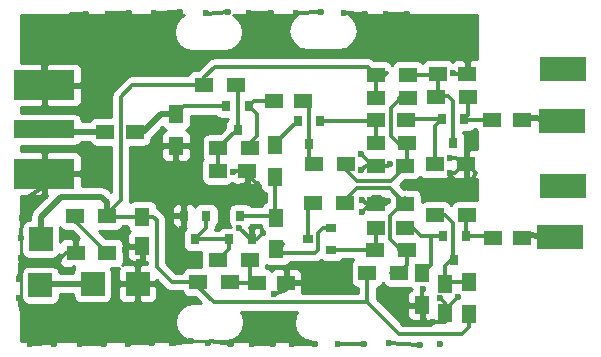
<source format=gbr>
G04 #@! TF.FileFunction,Copper,L1,Top,Signal*
%FSLAX46Y46*%
G04 Gerber Fmt 4.6, Leading zero omitted, Abs format (unit mm)*
G04 Created by KiCad (PCBNEW 4.0.7) date 04/23/20 09:08:38*
%MOMM*%
%LPD*%
G01*
G04 APERTURE LIST*
%ADD10C,0.100000*%
%ADD11R,1.500000X1.250000*%
%ADD12R,1.500000X1.300000*%
%ADD13R,1.300000X1.500000*%
%ADD14R,1.250000X1.500000*%
%ADD15R,4.000000X2.000000*%
%ADD16R,2.000000X2.000000*%
%ADD17R,5.080000X2.500000*%
%ADD18R,5.080000X1.500000*%
%ADD19R,0.800000X0.900000*%
%ADD20R,0.900000X0.800000*%
%ADD21C,0.600000*%
%ADD22C,0.350000*%
%ADD23C,0.500000*%
%ADD24C,0.254000*%
G04 APERTURE END LIST*
D10*
D11*
X95810000Y-87560000D03*
X98310000Y-87560000D03*
D12*
X100750000Y-91300000D03*
X103450000Y-91300000D03*
D13*
X78850000Y-87050000D03*
X78850000Y-89750000D03*
D11*
X105675000Y-97525000D03*
X108175000Y-97525000D03*
X95750000Y-96700000D03*
X98250000Y-96700000D03*
X87150000Y-85950000D03*
X89650000Y-85950000D03*
X72875000Y-88550000D03*
X75375000Y-88550000D03*
X84890000Y-91840000D03*
X82390000Y-91840000D03*
D13*
X99725000Y-100525000D03*
X99725000Y-103225000D03*
D12*
X95700000Y-98550000D03*
X98400000Y-98550000D03*
X85090000Y-99410000D03*
X82390000Y-99410000D03*
X90470000Y-94550000D03*
X93170000Y-94550000D03*
X90540000Y-91310000D03*
X93240000Y-91310000D03*
X73050000Y-98825000D03*
X70350000Y-98825000D03*
X70325000Y-95650000D03*
X73025000Y-95650000D03*
D14*
X101650000Y-103900000D03*
X101650000Y-101400000D03*
D11*
X105625000Y-87550000D03*
X108125000Y-87550000D03*
D15*
X111375000Y-97450000D03*
X111650000Y-93175000D03*
D16*
X71800000Y-101425000D03*
X75600000Y-101400000D03*
X67400000Y-97650000D03*
X67375000Y-101550000D03*
D12*
X103500000Y-95625000D03*
X100800000Y-95625000D03*
X85140000Y-89950000D03*
X82440000Y-89950000D03*
D17*
X67710000Y-84600000D03*
X67710000Y-92100000D03*
D18*
X67710000Y-88350000D03*
D12*
X95750000Y-89500000D03*
X98450000Y-89500000D03*
D11*
X103530000Y-83640000D03*
X101030000Y-83640000D03*
D15*
X111650000Y-83275000D03*
X111500000Y-87600000D03*
D12*
X103600000Y-85600000D03*
X100900000Y-85600000D03*
D13*
X87360000Y-95810000D03*
X87360000Y-98510000D03*
X87250000Y-89680000D03*
X87250000Y-92380000D03*
D11*
X85680000Y-101340000D03*
X88180000Y-101340000D03*
D14*
X76000000Y-98225000D03*
X76000000Y-95725000D03*
D13*
X103650000Y-101250000D03*
X103650000Y-103950000D03*
D12*
X95810000Y-83760000D03*
X98510000Y-83760000D03*
X80760000Y-101270000D03*
X83460000Y-101270000D03*
X98525000Y-85700000D03*
X95825000Y-85700000D03*
X83900000Y-84582000D03*
X81200000Y-84582000D03*
D11*
X95770000Y-91410000D03*
X98270000Y-91410000D03*
X95780000Y-94640000D03*
X98280000Y-94640000D03*
D12*
X97750000Y-100475000D03*
X95050000Y-100475000D03*
D19*
X103250000Y-87475000D03*
X101350000Y-87475000D03*
X102300000Y-89475000D03*
X85024000Y-86376000D03*
X83124000Y-86376000D03*
X84074000Y-88376000D03*
X81420000Y-95660000D03*
X79520000Y-95660000D03*
X80470000Y-97660000D03*
D20*
X92010000Y-98580000D03*
X92010000Y-96680000D03*
X90010000Y-97630000D03*
D19*
X83360000Y-97670000D03*
X85260000Y-97670000D03*
X84310000Y-95670000D03*
X91070000Y-87620000D03*
X89170000Y-87620000D03*
X90120000Y-89620000D03*
X103375000Y-97375000D03*
X101475000Y-97375000D03*
X102425000Y-99375000D03*
D21*
X83675000Y-91925000D03*
X84525000Y-93175000D03*
X85725000Y-93000000D03*
X68950000Y-99450000D03*
X75700000Y-99600000D03*
X74550000Y-98575000D03*
X87175000Y-102250000D03*
X89825000Y-101650000D03*
X88250000Y-100050000D03*
X86230000Y-97130000D03*
X84230000Y-96710000D03*
X85370000Y-96590000D03*
X78210000Y-95940000D03*
X79250000Y-94370000D03*
X79400000Y-96770000D03*
X94530000Y-91810000D03*
X94580000Y-95350000D03*
X94640000Y-94290000D03*
X96810000Y-94430000D03*
X100650000Y-104650000D03*
X99850000Y-104500000D03*
X98325000Y-103300000D03*
X99800000Y-101850000D03*
X102700000Y-102580000D03*
X102300000Y-83550000D03*
X102900000Y-82100000D03*
X103950000Y-81850000D03*
X96950000Y-91300000D03*
X94500000Y-90400000D03*
X102050000Y-92000000D03*
X102020000Y-90800000D03*
X103900000Y-92650000D03*
X66200000Y-94140000D03*
X65800000Y-95870000D03*
X65750000Y-97525000D03*
X65700000Y-99275000D03*
X65600000Y-100990000D03*
X65600000Y-102640000D03*
X66020000Y-104750000D03*
X66500000Y-106500000D03*
X68500000Y-106500000D03*
X70750000Y-106500000D03*
X72750000Y-106500000D03*
X74800000Y-106500000D03*
X98400000Y-78600000D03*
X96600000Y-78600000D03*
X94900000Y-78600000D03*
X93100000Y-78500000D03*
X91100000Y-78400000D03*
X89000000Y-78500000D03*
X86900000Y-78500000D03*
X85000000Y-78500000D03*
X83300000Y-78400000D03*
X81400000Y-78500000D03*
X79200000Y-78400000D03*
X77000000Y-78500000D03*
X74900000Y-78500000D03*
X73100000Y-78600000D03*
X71200000Y-78600000D03*
X69600000Y-79000000D03*
X68500000Y-80000000D03*
X68125000Y-80975000D03*
X67850000Y-81925000D03*
X101175000Y-106525000D03*
X99500000Y-106600000D03*
X96900000Y-106400000D03*
X94800000Y-106500000D03*
X92600000Y-106500000D03*
X90600000Y-106500000D03*
X88700000Y-106500000D03*
X87100000Y-106500000D03*
X85300000Y-106500000D03*
X83500000Y-106500000D03*
X81600000Y-106400000D03*
X80100000Y-106300000D03*
X78500000Y-106400000D03*
X76800000Y-106400000D03*
X67710000Y-92100000D03*
X101240000Y-102660000D03*
D22*
X84890000Y-91840000D02*
X83760000Y-91840000D01*
X83760000Y-91840000D02*
X83675000Y-91925000D01*
X84890000Y-91840000D02*
X84890000Y-92810000D01*
X84890000Y-92810000D02*
X84525000Y-93175000D01*
X84890000Y-91840000D02*
X84890000Y-92165000D01*
X84890000Y-92165000D02*
X85725000Y-93000000D01*
X70350000Y-98825000D02*
X69575000Y-98825000D01*
X69575000Y-98825000D02*
X68950000Y-99450000D01*
X76000000Y-98225000D02*
X76000000Y-99300000D01*
X76000000Y-99300000D02*
X75700000Y-99600000D01*
X76000000Y-98225000D02*
X74900000Y-98225000D01*
X74900000Y-98225000D02*
X74550000Y-98575000D01*
X88180000Y-101340000D02*
X88180000Y-101945000D01*
X88180000Y-101945000D02*
X87175000Y-102250000D01*
X88180000Y-101340000D02*
X89515000Y-101340000D01*
X89515000Y-101340000D02*
X89825000Y-101650000D01*
X88180000Y-101340000D02*
X88180000Y-100120000D01*
X88180000Y-100120000D02*
X88250000Y-100050000D01*
X85260000Y-97670000D02*
X85690000Y-97670000D01*
X85690000Y-97670000D02*
X86230000Y-97130000D01*
X85260000Y-97670000D02*
X85190000Y-97670000D01*
X85190000Y-97670000D02*
X84230000Y-96710000D01*
X85260000Y-97670000D02*
X85260000Y-96700000D01*
X85260000Y-96700000D02*
X85370000Y-96590000D01*
X79520000Y-95660000D02*
X78490000Y-95660000D01*
X78490000Y-95660000D02*
X78210000Y-95940000D01*
X79520000Y-95660000D02*
X79520000Y-94640000D01*
X79520000Y-94640000D02*
X79250000Y-94370000D01*
X79520000Y-95660000D02*
X79520000Y-96650000D01*
X79520000Y-96650000D02*
X79400000Y-96770000D01*
X95770000Y-91410000D02*
X94930000Y-91410000D01*
X94930000Y-91410000D02*
X94530000Y-91810000D01*
X95780000Y-94640000D02*
X95290000Y-94640000D01*
X95290000Y-94640000D02*
X94580000Y-95350000D01*
X95780000Y-94640000D02*
X94990000Y-94640000D01*
X94990000Y-94640000D02*
X94640000Y-94290000D01*
X95780000Y-94640000D02*
X96600000Y-94640000D01*
X96600000Y-94640000D02*
X96810000Y-94430000D01*
X101650000Y-103900000D02*
X101650000Y-104625000D01*
X101650000Y-104625000D02*
X100650000Y-104650000D01*
X99725000Y-103225000D02*
X99725000Y-104375000D01*
X99725000Y-104375000D02*
X99850000Y-104500000D01*
X99725000Y-103225000D02*
X98400000Y-103225000D01*
X98400000Y-103225000D02*
X98325000Y-103300000D01*
X99725000Y-103225000D02*
X99725000Y-101925000D01*
X99725000Y-101925000D02*
X99800000Y-101850000D01*
X103530000Y-83640000D02*
X102390000Y-83640000D01*
X102390000Y-83640000D02*
X102300000Y-83550000D01*
X103530000Y-83640000D02*
X103530000Y-82730000D01*
X103530000Y-82730000D02*
X102900000Y-82100000D01*
X103530000Y-83640000D02*
X103530000Y-82270000D01*
X103530000Y-82270000D02*
X103950000Y-81850000D01*
X95770000Y-91410000D02*
X96840000Y-91410000D01*
X96840000Y-91410000D02*
X96950000Y-91300000D01*
X95770000Y-91410000D02*
X95510000Y-91410000D01*
X95510000Y-91410000D02*
X94500000Y-90400000D01*
X76000000Y-98225000D02*
X76000000Y-97800000D01*
X103450000Y-91300000D02*
X103210000Y-91300000D01*
X103210000Y-91300000D02*
X102510000Y-92000000D01*
X102510000Y-92000000D02*
X102050000Y-92000000D01*
X103450000Y-91300000D02*
X103070000Y-91300000D01*
X103070000Y-91300000D02*
X102570000Y-90800000D01*
X102570000Y-90800000D02*
X102020000Y-90800000D01*
X103450000Y-91300000D02*
X103510000Y-91300000D01*
X103510000Y-91300000D02*
X104290000Y-92080000D01*
X104290000Y-92080000D02*
X103900000Y-92650000D01*
X99725000Y-103225000D02*
X99725000Y-103105000D01*
X99750000Y-103250000D02*
X99725000Y-103225000D01*
X101650000Y-103900000D02*
X101650000Y-103630000D01*
X101650000Y-103630000D02*
X102700000Y-102580000D01*
X76800000Y-106400000D02*
X74850000Y-106450000D01*
X66200000Y-94140000D02*
X67710000Y-93200000D01*
X65750000Y-97525000D02*
X65800000Y-95870000D01*
X65600000Y-100990000D02*
X65700000Y-99275000D01*
X65690000Y-103140000D02*
X65600000Y-102640000D01*
X66020000Y-104750000D02*
X65690000Y-103140000D01*
X68450000Y-106450000D02*
X66500000Y-106500000D01*
X68500000Y-106500000D02*
X68450000Y-106450000D01*
X72750000Y-106500000D02*
X70750000Y-106500000D01*
X74850000Y-106450000D02*
X74800000Y-106500000D01*
X67710000Y-93200000D02*
X67710000Y-92100000D01*
X67710000Y-84600000D02*
X67575000Y-82425000D01*
X96600000Y-78600000D02*
X98400000Y-78600000D01*
X93100000Y-78500000D02*
X94900000Y-78600000D01*
X89000000Y-78500000D02*
X91100000Y-78400000D01*
X85000000Y-78500000D02*
X86900000Y-78500000D01*
X81500000Y-78600000D02*
X83300000Y-78400000D01*
X81400000Y-78500000D02*
X81500000Y-78600000D01*
X77000000Y-78500000D02*
X79200000Y-78400000D01*
X73200000Y-78500000D02*
X74900000Y-78500000D01*
X73100000Y-78600000D02*
X73200000Y-78500000D01*
X70000000Y-78600000D02*
X71200000Y-78600000D01*
X69600000Y-79000000D02*
X70000000Y-78600000D01*
X68500000Y-80100000D02*
X68500000Y-80000000D01*
X68125000Y-80975000D02*
X68500000Y-80100000D01*
X67575000Y-82425000D02*
X67850000Y-81925000D01*
X98100000Y-106500000D02*
X99500000Y-106600000D01*
X96900000Y-106400000D02*
X98100000Y-106500000D01*
X92600000Y-106500000D02*
X94800000Y-106500000D01*
X88700000Y-106500000D02*
X90600000Y-106500000D01*
X85300000Y-106500000D02*
X87100000Y-106500000D01*
X81700000Y-106300000D02*
X83500000Y-106500000D01*
X81600000Y-106400000D02*
X81700000Y-106300000D01*
X78600000Y-106500000D02*
X80100000Y-106300000D01*
X78500000Y-106400000D02*
X78600000Y-106500000D01*
X76500000Y-106400000D02*
X76800000Y-106400000D01*
D23*
X75250000Y-101050000D02*
X75600000Y-101400000D01*
D22*
X95682000Y-91296000D02*
X95782000Y-91396000D01*
X96095000Y-94090000D02*
X95545000Y-94090000D01*
X101650000Y-103900000D02*
X101650000Y-103070000D01*
X101650000Y-103070000D02*
X101240000Y-102660000D01*
X103375000Y-97375000D02*
X103375000Y-95750000D01*
X103375000Y-95750000D02*
X103500000Y-95625000D01*
X103375000Y-97375000D02*
X105525000Y-97375000D01*
X105525000Y-97375000D02*
X105675000Y-97525000D01*
D23*
X111375000Y-97450000D02*
X108395000Y-97305000D01*
X108395000Y-97305000D02*
X108175000Y-97525000D01*
X108395000Y-97305000D02*
X108175000Y-97525000D01*
D22*
X95700000Y-98550000D02*
X92040000Y-98550000D01*
X95750000Y-96700000D02*
X95750000Y-98500000D01*
X95750000Y-98500000D02*
X95700000Y-98550000D01*
X95625000Y-98475000D02*
X95700000Y-98550000D01*
X92040000Y-98550000D02*
X92010000Y-98580000D01*
X100450000Y-97375000D02*
X100450000Y-99800000D01*
X100450000Y-99800000D02*
X99725000Y-100525000D01*
X99600000Y-101050000D02*
X99875000Y-100775000D01*
X99725000Y-100525000D02*
X99725000Y-100325000D01*
X98250000Y-96700000D02*
X98900000Y-96700000D01*
X98900000Y-96700000D02*
X99575000Y-97375000D01*
X99575000Y-97375000D02*
X100450000Y-97375000D01*
X100450000Y-97375000D02*
X101475000Y-97375000D01*
X98250000Y-96700000D02*
X98895000Y-96700000D01*
X85140000Y-89950000D02*
X85140000Y-89485000D01*
X85140000Y-89485000D02*
X85675000Y-88950000D01*
X85675000Y-88950000D02*
X85675000Y-87027000D01*
X85675000Y-87027000D02*
X85024000Y-86376000D01*
X87150000Y-85950000D02*
X85450000Y-85950000D01*
X85450000Y-85950000D02*
X85024000Y-86376000D01*
X90120000Y-89620000D02*
X90120000Y-86420000D01*
X90120000Y-86420000D02*
X89650000Y-85950000D01*
X90120000Y-89620000D02*
X90120000Y-90890000D01*
X90120000Y-90890000D02*
X90540000Y-91310000D01*
D23*
X72875000Y-88550000D02*
X67910000Y-88550000D01*
X67910000Y-88550000D02*
X67710000Y-88350000D01*
X67710000Y-88350000D02*
X69160000Y-88350000D01*
X75375000Y-88550000D02*
X76100000Y-88550000D01*
X76100000Y-88550000D02*
X77600000Y-87050000D01*
X77600000Y-87050000D02*
X78850000Y-87050000D01*
D22*
X83124000Y-86376000D02*
X79524000Y-86376000D01*
X79524000Y-86376000D02*
X78850000Y-87050000D01*
X100750000Y-91300000D02*
X100750000Y-88075000D01*
X100750000Y-88075000D02*
X101350000Y-87475000D01*
X101350000Y-87475000D02*
X98410000Y-87460000D01*
X98410000Y-87460000D02*
X98310000Y-87560000D01*
X100425000Y-90975000D02*
X100750000Y-91300000D01*
X73025000Y-95650000D02*
X73025000Y-95500000D01*
X73025000Y-95500000D02*
X74175000Y-94350000D01*
X75168000Y-84582000D02*
X81200000Y-84582000D01*
X74175000Y-85575000D02*
X75168000Y-84582000D01*
X74175000Y-94350000D02*
X74175000Y-85575000D01*
X95050000Y-103000000D02*
X95050000Y-100475000D01*
X92525000Y-103000000D02*
X95050000Y-103000000D01*
X103650000Y-105075000D02*
X103650000Y-103950000D01*
X103050000Y-105675000D02*
X103650000Y-105075000D01*
X97725000Y-105675000D02*
X103050000Y-105675000D01*
X95050000Y-103000000D02*
X97725000Y-105675000D01*
X92975000Y-83025000D02*
X95075000Y-83025000D01*
X95075000Y-83025000D02*
X95810000Y-83760000D01*
X95810000Y-83760000D02*
X95810000Y-85685000D01*
X95810000Y-85685000D02*
X95825000Y-85700000D01*
D23*
X67400000Y-97650000D02*
X67400000Y-95750000D01*
X73025000Y-94525000D02*
X73025000Y-95650000D01*
X72550000Y-94050000D02*
X73025000Y-94525000D01*
X69100000Y-94050000D02*
X72550000Y-94050000D01*
X67400000Y-95750000D02*
X69100000Y-94050000D01*
D22*
X76000000Y-95725000D02*
X73100000Y-95725000D01*
X73100000Y-95725000D02*
X73025000Y-95650000D01*
X80760000Y-101270000D02*
X80760000Y-101685000D01*
X80760000Y-101685000D02*
X82075000Y-103000000D01*
X82075000Y-103000000D02*
X92525000Y-103000000D01*
X76000000Y-95725000D02*
X76925000Y-95725000D01*
X78495000Y-101270000D02*
X80760000Y-101270000D01*
X77225000Y-100000000D02*
X78495000Y-101270000D01*
X77225000Y-96025000D02*
X77225000Y-100000000D01*
X76925000Y-95725000D02*
X77225000Y-96025000D01*
X81200000Y-84582000D02*
X81200000Y-83950000D01*
X81200000Y-83950000D02*
X82125000Y-83025000D01*
X82125000Y-83025000D02*
X92975000Y-83025000D01*
X96400000Y-83575000D02*
X96725000Y-83575000D01*
X96725000Y-83575000D02*
X96540000Y-83760000D01*
X96540000Y-83760000D02*
X95810000Y-83760000D01*
X103650000Y-103950000D02*
X103650000Y-104575000D01*
X95350000Y-100475000D02*
X95050000Y-100475000D01*
X95810000Y-85685000D02*
X95825000Y-85700000D01*
X73025000Y-95650000D02*
X73150000Y-95650000D01*
X73275000Y-95900000D02*
X73025000Y-95650000D01*
X67400000Y-97650000D02*
X67400000Y-97300000D01*
X70325000Y-95650000D02*
X70325000Y-96100000D01*
X70325000Y-96100000D02*
X73050000Y-98825000D01*
X70325000Y-95650000D02*
X70325000Y-96150000D01*
D23*
X71800000Y-101425000D02*
X67500000Y-101425000D01*
X67500000Y-101425000D02*
X67375000Y-101550000D01*
X67475000Y-101450000D02*
X67375000Y-101550000D01*
D22*
X105625000Y-87550000D02*
X103325000Y-87550000D01*
X103325000Y-87550000D02*
X103250000Y-87475000D01*
X103600000Y-85600000D02*
X103600000Y-87125000D01*
X103600000Y-87125000D02*
X103250000Y-87475000D01*
X105375000Y-87300000D02*
X105625000Y-87550000D01*
D23*
X111500000Y-87600000D02*
X108350000Y-87325000D01*
X108350000Y-87325000D02*
X108125000Y-87550000D01*
D22*
X91070000Y-87620000D02*
X95750000Y-87620000D01*
X95750000Y-87620000D02*
X95810000Y-87560000D01*
X95750000Y-89500000D02*
X95750000Y-87620000D01*
X95750000Y-87620000D02*
X95810000Y-87560000D01*
X95760000Y-87610000D02*
X95810000Y-87560000D01*
X92010000Y-96680000D02*
X91320000Y-96680000D01*
X90640000Y-98800000D02*
X87650000Y-98800000D01*
X90910000Y-98530000D02*
X90640000Y-98800000D01*
X90910000Y-97090000D02*
X90910000Y-98530000D01*
X91320000Y-96680000D02*
X90910000Y-97090000D01*
X87650000Y-98800000D02*
X87360000Y-98510000D01*
D23*
X87540000Y-98690000D02*
X87360000Y-98510000D01*
X87850000Y-98020000D02*
X87360000Y-98510000D01*
D22*
X103650000Y-101250000D02*
X101800000Y-101250000D01*
X101800000Y-101250000D02*
X101650000Y-101400000D01*
X102425000Y-99375000D02*
X102150000Y-99375000D01*
X102150000Y-99375000D02*
X101650000Y-99875000D01*
X101650000Y-99875000D02*
X101650000Y-101400000D01*
X100800000Y-95625000D02*
X101650000Y-95625000D01*
X102300000Y-96275000D02*
X102300000Y-99250000D01*
X101650000Y-95625000D02*
X102300000Y-96275000D01*
X102300000Y-99250000D02*
X102425000Y-99375000D01*
X103500000Y-101400000D02*
X103650000Y-101250000D01*
X101030000Y-83640000D02*
X101030000Y-85470000D01*
X101030000Y-85470000D02*
X100900000Y-85600000D01*
X98510000Y-83760000D02*
X100910000Y-83760000D01*
X100910000Y-83760000D02*
X101030000Y-83640000D01*
X98300000Y-83970000D02*
X98510000Y-83760000D01*
X102300000Y-89475000D02*
X102300000Y-85925000D01*
X101900000Y-85525000D02*
X100975000Y-85525000D01*
X102300000Y-85925000D02*
X101900000Y-85525000D01*
X100975000Y-85525000D02*
X100900000Y-85600000D01*
X84074000Y-88376000D02*
X84014000Y-88376000D01*
X84014000Y-88376000D02*
X82440000Y-89950000D01*
X82440000Y-89950000D02*
X82440000Y-91790000D01*
X82440000Y-91790000D02*
X82390000Y-91840000D01*
X84074000Y-88376000D02*
X84074000Y-84756000D01*
X84074000Y-84756000D02*
X83900000Y-84582000D01*
X85680000Y-101340000D02*
X83530000Y-101340000D01*
X83530000Y-101340000D02*
X83460000Y-101270000D01*
X85090000Y-99410000D02*
X85090000Y-100750000D01*
X85090000Y-100750000D02*
X85680000Y-101340000D01*
X98270000Y-91410000D02*
X98270000Y-91520000D01*
X98270000Y-91520000D02*
X97070000Y-92720000D01*
X94160000Y-92720000D02*
X93240000Y-91800000D01*
X97070000Y-92720000D02*
X94160000Y-92720000D01*
X93240000Y-91800000D02*
X93240000Y-91310000D01*
X93240000Y-91310000D02*
X93340000Y-91310000D01*
X98450000Y-89500000D02*
X98450000Y-91230000D01*
X98450000Y-91230000D02*
X98270000Y-91410000D01*
X98450000Y-89500000D02*
X97630000Y-89500000D01*
X97020000Y-86560000D02*
X97880000Y-85700000D01*
X97020000Y-88890000D02*
X97020000Y-86560000D01*
X97630000Y-89500000D02*
X97020000Y-88890000D01*
X97880000Y-85700000D02*
X98525000Y-85700000D01*
X98525000Y-85700000D02*
X97775000Y-85700000D01*
X98370000Y-91310000D02*
X98270000Y-91410000D01*
X93170000Y-94550000D02*
X93170000Y-94370000D01*
X93170000Y-94370000D02*
X94210000Y-93330000D01*
X96970000Y-93330000D02*
X98280000Y-94640000D01*
X94210000Y-93330000D02*
X96970000Y-93330000D01*
X98400000Y-98550000D02*
X98400000Y-99825000D01*
X98400000Y-99825000D02*
X97750000Y-100475000D01*
X98400000Y-98550000D02*
X97900000Y-98550000D01*
X97900000Y-98550000D02*
X96950000Y-97600000D01*
X96950000Y-95650000D02*
X97960000Y-94640000D01*
X96950000Y-97600000D02*
X96950000Y-95650000D01*
X97960000Y-94640000D02*
X98280000Y-94640000D01*
X93170000Y-94550000D02*
X93170000Y-94300000D01*
X98280000Y-94130000D02*
X98280000Y-94640000D01*
X97750000Y-100475000D02*
X97100000Y-100475000D01*
X97775000Y-98550000D02*
X98400000Y-98550000D01*
X98280000Y-94790000D02*
X98280000Y-94640000D01*
D23*
X93244000Y-94476000D02*
X93170000Y-94550000D01*
D22*
X83360000Y-97670000D02*
X83360000Y-98440000D01*
X83360000Y-98440000D02*
X82390000Y-99410000D01*
X83360000Y-97670000D02*
X80480000Y-97670000D01*
X80480000Y-97670000D02*
X80470000Y-97660000D01*
X81420000Y-95660000D02*
X81420000Y-96710000D01*
X81420000Y-96710000D02*
X80470000Y-97660000D01*
X90010000Y-97630000D02*
X90010000Y-95010000D01*
X90010000Y-95010000D02*
X90470000Y-94550000D01*
X90010000Y-95010000D02*
X90470000Y-94550000D01*
X84310000Y-95670000D02*
X87220000Y-95670000D01*
X87220000Y-95670000D02*
X87360000Y-95810000D01*
X87250000Y-92380000D02*
X87250000Y-95700000D01*
X87250000Y-95700000D02*
X87360000Y-95810000D01*
D23*
X87130000Y-96040000D02*
X87360000Y-95810000D01*
X87280000Y-95730000D02*
X87360000Y-95810000D01*
D22*
X87250000Y-89680000D02*
X87250000Y-89540000D01*
X87250000Y-89540000D02*
X89170000Y-87620000D01*
D24*
G36*
X71666757Y-89620753D02*
X71876283Y-89763917D01*
X72125000Y-89814283D01*
X73373000Y-89814283D01*
X73373000Y-93632734D01*
X73170133Y-93429867D01*
X72885613Y-93239758D01*
X72550000Y-93173000D01*
X70885000Y-93173000D01*
X70885000Y-92385750D01*
X70726250Y-92227000D01*
X67837000Y-92227000D01*
X67837000Y-93826250D01*
X67960242Y-93949492D01*
X66779867Y-95129867D01*
X66589758Y-95414387D01*
X66523000Y-95750000D01*
X66523000Y-96010717D01*
X66400000Y-96010717D01*
X66167648Y-96054437D01*
X65954247Y-96191757D01*
X65811083Y-96401283D01*
X65760717Y-96650000D01*
X65760717Y-98650000D01*
X65804437Y-98882352D01*
X65941757Y-99095753D01*
X66151283Y-99238917D01*
X66400000Y-99289283D01*
X68400000Y-99289283D01*
X68632352Y-99245563D01*
X68845753Y-99108243D01*
X68965000Y-98933720D01*
X68965000Y-98952002D01*
X69123748Y-98952002D01*
X68965000Y-99110750D01*
X68965000Y-99601310D01*
X69061673Y-99834699D01*
X69240302Y-100013327D01*
X69473691Y-100110000D01*
X70064250Y-100110000D01*
X70222998Y-99951252D01*
X70222998Y-100110000D01*
X70256373Y-100110000D01*
X70211083Y-100176283D01*
X70160717Y-100425000D01*
X70160717Y-100548000D01*
X69013907Y-100548000D01*
X68970563Y-100317648D01*
X68833243Y-100104247D01*
X68623717Y-99961083D01*
X68375000Y-99910717D01*
X66375000Y-99910717D01*
X66142648Y-99954437D01*
X65929247Y-100091757D01*
X65786083Y-100301283D01*
X65735717Y-100550000D01*
X65735717Y-102550000D01*
X65779437Y-102782352D01*
X65916757Y-102995753D01*
X66126283Y-103138917D01*
X66375000Y-103189283D01*
X68375000Y-103189283D01*
X68607352Y-103145563D01*
X68820753Y-103008243D01*
X68963917Y-102798717D01*
X69014283Y-102550000D01*
X69014283Y-102302000D01*
X70160717Y-102302000D01*
X70160717Y-102425000D01*
X70204437Y-102657352D01*
X70341757Y-102870753D01*
X70551283Y-103013917D01*
X70800000Y-103064283D01*
X72800000Y-103064283D01*
X73032352Y-103020563D01*
X73245753Y-102883243D01*
X73388917Y-102673717D01*
X73439283Y-102425000D01*
X73439283Y-101685750D01*
X73965000Y-101685750D01*
X73965000Y-102526310D01*
X74061673Y-102759699D01*
X74240302Y-102938327D01*
X74473691Y-103035000D01*
X75314250Y-103035000D01*
X75473000Y-102876250D01*
X75473000Y-101527000D01*
X75727000Y-101527000D01*
X75727000Y-102876250D01*
X75885750Y-103035000D01*
X76726309Y-103035000D01*
X76959698Y-102938327D01*
X77138327Y-102759699D01*
X77235000Y-102526310D01*
X77235000Y-101685750D01*
X77076250Y-101527000D01*
X75727000Y-101527000D01*
X75473000Y-101527000D01*
X74123750Y-101527000D01*
X73965000Y-101685750D01*
X73439283Y-101685750D01*
X73439283Y-100425000D01*
X73395563Y-100192648D01*
X73345136Y-100114283D01*
X73800000Y-100114283D01*
X74032352Y-100070563D01*
X74055238Y-100055836D01*
X73965000Y-100273690D01*
X73965000Y-101114250D01*
X74123750Y-101273000D01*
X75473000Y-101273000D01*
X75473000Y-99923750D01*
X75314250Y-99765000D01*
X74473691Y-99765000D01*
X74316111Y-99830272D01*
X74388917Y-99723717D01*
X74439283Y-99475000D01*
X74439283Y-98510750D01*
X74740000Y-98510750D01*
X74740000Y-99101309D01*
X74836673Y-99334698D01*
X75015301Y-99513327D01*
X75248690Y-99610000D01*
X75714250Y-99610000D01*
X75873000Y-99451250D01*
X75873000Y-98352000D01*
X74898750Y-98352000D01*
X74740000Y-98510750D01*
X74439283Y-98510750D01*
X74439283Y-98175000D01*
X74395563Y-97942648D01*
X74258243Y-97729247D01*
X74048717Y-97586083D01*
X73800000Y-97535717D01*
X72894917Y-97535717D01*
X72298483Y-96939283D01*
X73775000Y-96939283D01*
X74007352Y-96895563D01*
X74220753Y-96758243D01*
X74363917Y-96548717D01*
X74368315Y-96527000D01*
X74745501Y-96527000D01*
X74779437Y-96707352D01*
X74916757Y-96920753D01*
X74984758Y-96967216D01*
X74836673Y-97115302D01*
X74740000Y-97348691D01*
X74740000Y-97939250D01*
X74898750Y-98098000D01*
X75873000Y-98098000D01*
X75873000Y-98078000D01*
X76127000Y-98078000D01*
X76127000Y-98098000D01*
X76147000Y-98098000D01*
X76147000Y-98352000D01*
X76127000Y-98352000D01*
X76127000Y-99451250D01*
X76285750Y-99610000D01*
X76423000Y-99610000D01*
X76423000Y-99765000D01*
X75885750Y-99765000D01*
X75727000Y-99923750D01*
X75727000Y-101273000D01*
X77076250Y-101273000D01*
X77220025Y-101129225D01*
X77927898Y-101837097D01*
X77927900Y-101837100D01*
X78119317Y-101965000D01*
X78188088Y-102010951D01*
X78495000Y-102072000D01*
X79399318Y-102072000D01*
X79414437Y-102152352D01*
X79551757Y-102365753D01*
X79761283Y-102508917D01*
X80010000Y-102559283D01*
X80500083Y-102559283D01*
X80963800Y-103023000D01*
X80393636Y-103023000D01*
X79771010Y-103146848D01*
X79243173Y-103499537D01*
X78890484Y-104027374D01*
X78766636Y-104650000D01*
X78890484Y-105272626D01*
X79243173Y-105800463D01*
X79771010Y-106153152D01*
X80393636Y-106277000D01*
X83006364Y-106277000D01*
X83628990Y-106153152D01*
X84156827Y-105800463D01*
X84509516Y-105272626D01*
X84633364Y-104650000D01*
X84509516Y-104027374D01*
X84358926Y-103802000D01*
X89124483Y-103802000D01*
X88940484Y-104077374D01*
X88816636Y-104700000D01*
X88940484Y-105322626D01*
X89293173Y-105850463D01*
X89821010Y-106203152D01*
X90297843Y-106298000D01*
X65702000Y-106298000D01*
X65702000Y-93985000D01*
X67424250Y-93985000D01*
X67583000Y-93826250D01*
X67583000Y-92227000D01*
X67563000Y-92227000D01*
X67563000Y-91973000D01*
X67583000Y-91973000D01*
X67583000Y-90373750D01*
X67837000Y-90373750D01*
X67837000Y-91973000D01*
X70726250Y-91973000D01*
X70885000Y-91814250D01*
X70885000Y-90723691D01*
X70788327Y-90490302D01*
X70609699Y-90311673D01*
X70376310Y-90215000D01*
X67995750Y-90215000D01*
X67837000Y-90373750D01*
X67583000Y-90373750D01*
X67424250Y-90215000D01*
X65702000Y-90215000D01*
X65702000Y-89739283D01*
X70250000Y-89739283D01*
X70482352Y-89695563D01*
X70695753Y-89558243D01*
X70785428Y-89427000D01*
X71542080Y-89427000D01*
X71666757Y-89620753D01*
X71666757Y-89620753D01*
G37*
X71666757Y-89620753D02*
X71876283Y-89763917D01*
X72125000Y-89814283D01*
X73373000Y-89814283D01*
X73373000Y-93632734D01*
X73170133Y-93429867D01*
X72885613Y-93239758D01*
X72550000Y-93173000D01*
X70885000Y-93173000D01*
X70885000Y-92385750D01*
X70726250Y-92227000D01*
X67837000Y-92227000D01*
X67837000Y-93826250D01*
X67960242Y-93949492D01*
X66779867Y-95129867D01*
X66589758Y-95414387D01*
X66523000Y-95750000D01*
X66523000Y-96010717D01*
X66400000Y-96010717D01*
X66167648Y-96054437D01*
X65954247Y-96191757D01*
X65811083Y-96401283D01*
X65760717Y-96650000D01*
X65760717Y-98650000D01*
X65804437Y-98882352D01*
X65941757Y-99095753D01*
X66151283Y-99238917D01*
X66400000Y-99289283D01*
X68400000Y-99289283D01*
X68632352Y-99245563D01*
X68845753Y-99108243D01*
X68965000Y-98933720D01*
X68965000Y-98952002D01*
X69123748Y-98952002D01*
X68965000Y-99110750D01*
X68965000Y-99601310D01*
X69061673Y-99834699D01*
X69240302Y-100013327D01*
X69473691Y-100110000D01*
X70064250Y-100110000D01*
X70222998Y-99951252D01*
X70222998Y-100110000D01*
X70256373Y-100110000D01*
X70211083Y-100176283D01*
X70160717Y-100425000D01*
X70160717Y-100548000D01*
X69013907Y-100548000D01*
X68970563Y-100317648D01*
X68833243Y-100104247D01*
X68623717Y-99961083D01*
X68375000Y-99910717D01*
X66375000Y-99910717D01*
X66142648Y-99954437D01*
X65929247Y-100091757D01*
X65786083Y-100301283D01*
X65735717Y-100550000D01*
X65735717Y-102550000D01*
X65779437Y-102782352D01*
X65916757Y-102995753D01*
X66126283Y-103138917D01*
X66375000Y-103189283D01*
X68375000Y-103189283D01*
X68607352Y-103145563D01*
X68820753Y-103008243D01*
X68963917Y-102798717D01*
X69014283Y-102550000D01*
X69014283Y-102302000D01*
X70160717Y-102302000D01*
X70160717Y-102425000D01*
X70204437Y-102657352D01*
X70341757Y-102870753D01*
X70551283Y-103013917D01*
X70800000Y-103064283D01*
X72800000Y-103064283D01*
X73032352Y-103020563D01*
X73245753Y-102883243D01*
X73388917Y-102673717D01*
X73439283Y-102425000D01*
X73439283Y-101685750D01*
X73965000Y-101685750D01*
X73965000Y-102526310D01*
X74061673Y-102759699D01*
X74240302Y-102938327D01*
X74473691Y-103035000D01*
X75314250Y-103035000D01*
X75473000Y-102876250D01*
X75473000Y-101527000D01*
X75727000Y-101527000D01*
X75727000Y-102876250D01*
X75885750Y-103035000D01*
X76726309Y-103035000D01*
X76959698Y-102938327D01*
X77138327Y-102759699D01*
X77235000Y-102526310D01*
X77235000Y-101685750D01*
X77076250Y-101527000D01*
X75727000Y-101527000D01*
X75473000Y-101527000D01*
X74123750Y-101527000D01*
X73965000Y-101685750D01*
X73439283Y-101685750D01*
X73439283Y-100425000D01*
X73395563Y-100192648D01*
X73345136Y-100114283D01*
X73800000Y-100114283D01*
X74032352Y-100070563D01*
X74055238Y-100055836D01*
X73965000Y-100273690D01*
X73965000Y-101114250D01*
X74123750Y-101273000D01*
X75473000Y-101273000D01*
X75473000Y-99923750D01*
X75314250Y-99765000D01*
X74473691Y-99765000D01*
X74316111Y-99830272D01*
X74388917Y-99723717D01*
X74439283Y-99475000D01*
X74439283Y-98510750D01*
X74740000Y-98510750D01*
X74740000Y-99101309D01*
X74836673Y-99334698D01*
X75015301Y-99513327D01*
X75248690Y-99610000D01*
X75714250Y-99610000D01*
X75873000Y-99451250D01*
X75873000Y-98352000D01*
X74898750Y-98352000D01*
X74740000Y-98510750D01*
X74439283Y-98510750D01*
X74439283Y-98175000D01*
X74395563Y-97942648D01*
X74258243Y-97729247D01*
X74048717Y-97586083D01*
X73800000Y-97535717D01*
X72894917Y-97535717D01*
X72298483Y-96939283D01*
X73775000Y-96939283D01*
X74007352Y-96895563D01*
X74220753Y-96758243D01*
X74363917Y-96548717D01*
X74368315Y-96527000D01*
X74745501Y-96527000D01*
X74779437Y-96707352D01*
X74916757Y-96920753D01*
X74984758Y-96967216D01*
X74836673Y-97115302D01*
X74740000Y-97348691D01*
X74740000Y-97939250D01*
X74898750Y-98098000D01*
X75873000Y-98098000D01*
X75873000Y-98078000D01*
X76127000Y-98078000D01*
X76127000Y-98098000D01*
X76147000Y-98098000D01*
X76147000Y-98352000D01*
X76127000Y-98352000D01*
X76127000Y-99451250D01*
X76285750Y-99610000D01*
X76423000Y-99610000D01*
X76423000Y-99765000D01*
X75885750Y-99765000D01*
X75727000Y-99923750D01*
X75727000Y-101273000D01*
X77076250Y-101273000D01*
X77220025Y-101129225D01*
X77927898Y-101837097D01*
X77927900Y-101837100D01*
X78119317Y-101965000D01*
X78188088Y-102010951D01*
X78495000Y-102072000D01*
X79399318Y-102072000D01*
X79414437Y-102152352D01*
X79551757Y-102365753D01*
X79761283Y-102508917D01*
X80010000Y-102559283D01*
X80500083Y-102559283D01*
X80963800Y-103023000D01*
X80393636Y-103023000D01*
X79771010Y-103146848D01*
X79243173Y-103499537D01*
X78890484Y-104027374D01*
X78766636Y-104650000D01*
X78890484Y-105272626D01*
X79243173Y-105800463D01*
X79771010Y-106153152D01*
X80393636Y-106277000D01*
X83006364Y-106277000D01*
X83628990Y-106153152D01*
X84156827Y-105800463D01*
X84509516Y-105272626D01*
X84633364Y-104650000D01*
X84509516Y-104027374D01*
X84358926Y-103802000D01*
X89124483Y-103802000D01*
X88940484Y-104077374D01*
X88816636Y-104700000D01*
X88940484Y-105322626D01*
X89293173Y-105850463D01*
X89821010Y-106203152D01*
X90297843Y-106298000D01*
X65702000Y-106298000D01*
X65702000Y-93985000D01*
X67424250Y-93985000D01*
X67583000Y-93826250D01*
X67583000Y-92227000D01*
X67563000Y-92227000D01*
X67563000Y-91973000D01*
X67583000Y-91973000D01*
X67583000Y-90373750D01*
X67837000Y-90373750D01*
X67837000Y-91973000D01*
X70726250Y-91973000D01*
X70885000Y-91814250D01*
X70885000Y-90723691D01*
X70788327Y-90490302D01*
X70609699Y-90311673D01*
X70376310Y-90215000D01*
X67995750Y-90215000D01*
X67837000Y-90373750D01*
X67583000Y-90373750D01*
X67424250Y-90215000D01*
X65702000Y-90215000D01*
X65702000Y-89739283D01*
X70250000Y-89739283D01*
X70482352Y-89695563D01*
X70695753Y-89558243D01*
X70785428Y-89427000D01*
X71542080Y-89427000D01*
X71666757Y-89620753D01*
G36*
X96404437Y-101357352D02*
X96541757Y-101570753D01*
X96751283Y-101713917D01*
X97000000Y-101764283D01*
X98500000Y-101764283D01*
X98641498Y-101737658D01*
X98826283Y-101863917D01*
X98869716Y-101872712D01*
X98715301Y-101936673D01*
X98536673Y-102115302D01*
X98440000Y-102348691D01*
X98440000Y-102939250D01*
X98598750Y-103098000D01*
X99598000Y-103098000D01*
X99598000Y-103078000D01*
X99852000Y-103078000D01*
X99852000Y-103098000D01*
X99872000Y-103098000D01*
X99872000Y-103352000D01*
X99852000Y-103352000D01*
X99852000Y-104451250D01*
X100010750Y-104610000D01*
X100390000Y-104610000D01*
X100390000Y-104776309D01*
X100430051Y-104873000D01*
X98057199Y-104873000D01*
X96694950Y-103510750D01*
X98440000Y-103510750D01*
X98440000Y-104101309D01*
X98536673Y-104334698D01*
X98715301Y-104513327D01*
X98948690Y-104610000D01*
X99439250Y-104610000D01*
X99598000Y-104451250D01*
X99598000Y-103352000D01*
X98598750Y-103352000D01*
X98440000Y-103510750D01*
X96694950Y-103510750D01*
X95852000Y-102667800D01*
X95852000Y-101754499D01*
X96032352Y-101720563D01*
X96245753Y-101583243D01*
X96388917Y-101373717D01*
X96398558Y-101326108D01*
X96404437Y-101357352D01*
X96404437Y-101357352D01*
G37*
X96404437Y-101357352D02*
X96541757Y-101570753D01*
X96751283Y-101713917D01*
X97000000Y-101764283D01*
X98500000Y-101764283D01*
X98641498Y-101737658D01*
X98826283Y-101863917D01*
X98869716Y-101872712D01*
X98715301Y-101936673D01*
X98536673Y-102115302D01*
X98440000Y-102348691D01*
X98440000Y-102939250D01*
X98598750Y-103098000D01*
X99598000Y-103098000D01*
X99598000Y-103078000D01*
X99852000Y-103078000D01*
X99852000Y-103098000D01*
X99872000Y-103098000D01*
X99872000Y-103352000D01*
X99852000Y-103352000D01*
X99852000Y-104451250D01*
X100010750Y-104610000D01*
X100390000Y-104610000D01*
X100390000Y-104776309D01*
X100430051Y-104873000D01*
X98057199Y-104873000D01*
X96694950Y-103510750D01*
X98440000Y-103510750D01*
X98440000Y-104101309D01*
X98536673Y-104334698D01*
X98715301Y-104513327D01*
X98948690Y-104610000D01*
X99439250Y-104610000D01*
X99598000Y-104451250D01*
X99598000Y-103352000D01*
X98598750Y-103352000D01*
X98440000Y-103510750D01*
X96694950Y-103510750D01*
X95852000Y-102667800D01*
X95852000Y-101754499D01*
X96032352Y-101720563D01*
X96245753Y-101583243D01*
X96388917Y-101373717D01*
X96398558Y-101326108D01*
X96404437Y-101357352D01*
G36*
X101777000Y-103773000D02*
X101797000Y-103773000D01*
X101797000Y-104027000D01*
X101777000Y-104027000D01*
X101777000Y-104047000D01*
X101523000Y-104047000D01*
X101523000Y-104027000D01*
X101503000Y-104027000D01*
X101503000Y-103773000D01*
X101523000Y-103773000D01*
X101523000Y-103753000D01*
X101777000Y-103753000D01*
X101777000Y-103773000D01*
X101777000Y-103773000D01*
G37*
X101777000Y-103773000D02*
X101797000Y-103773000D01*
X101797000Y-104027000D01*
X101777000Y-104027000D01*
X101777000Y-104047000D01*
X101523000Y-104047000D01*
X101523000Y-104027000D01*
X101503000Y-104027000D01*
X101503000Y-103773000D01*
X101523000Y-103773000D01*
X101523000Y-103753000D01*
X101777000Y-103753000D01*
X101777000Y-103773000D01*
G36*
X93854247Y-99366757D02*
X93711083Y-99576283D01*
X93660717Y-99825000D01*
X93660717Y-101125000D01*
X93704437Y-101357352D01*
X93841757Y-101570753D01*
X94051283Y-101713917D01*
X94248000Y-101753753D01*
X94248000Y-102198000D01*
X89520808Y-102198000D01*
X89565000Y-102091310D01*
X89565000Y-101625750D01*
X89406250Y-101467000D01*
X88307000Y-101467000D01*
X88307000Y-101487000D01*
X88053000Y-101487000D01*
X88053000Y-101467000D01*
X88033000Y-101467000D01*
X88033000Y-101213000D01*
X88053000Y-101213000D01*
X88053000Y-100238750D01*
X88307000Y-100238750D01*
X88307000Y-101213000D01*
X89406250Y-101213000D01*
X89565000Y-101054250D01*
X89565000Y-100588690D01*
X89468327Y-100355301D01*
X89289698Y-100176673D01*
X89056309Y-100080000D01*
X88465750Y-100080000D01*
X88307000Y-100238750D01*
X88053000Y-100238750D01*
X87894250Y-100080000D01*
X87303691Y-100080000D01*
X87070302Y-100176673D01*
X86923279Y-100323695D01*
X86888243Y-100269247D01*
X86678717Y-100126083D01*
X86474284Y-100084685D01*
X86479283Y-100060000D01*
X86479283Y-99852562D01*
X86710000Y-99899283D01*
X88010000Y-99899283D01*
X88242352Y-99855563D01*
X88455753Y-99718243D01*
X88535179Y-99602000D01*
X90639995Y-99602000D01*
X90640000Y-99602001D01*
X90946912Y-99540951D01*
X91110440Y-99431686D01*
X91311283Y-99568917D01*
X91560000Y-99619283D01*
X92460000Y-99619283D01*
X92692352Y-99575563D01*
X92905753Y-99438243D01*
X92964681Y-99352000D01*
X93877180Y-99352000D01*
X93854247Y-99366757D01*
X93854247Y-99366757D01*
G37*
X93854247Y-99366757D02*
X93711083Y-99576283D01*
X93660717Y-99825000D01*
X93660717Y-101125000D01*
X93704437Y-101357352D01*
X93841757Y-101570753D01*
X94051283Y-101713917D01*
X94248000Y-101753753D01*
X94248000Y-102198000D01*
X89520808Y-102198000D01*
X89565000Y-102091310D01*
X89565000Y-101625750D01*
X89406250Y-101467000D01*
X88307000Y-101467000D01*
X88307000Y-101487000D01*
X88053000Y-101487000D01*
X88053000Y-101467000D01*
X88033000Y-101467000D01*
X88033000Y-101213000D01*
X88053000Y-101213000D01*
X88053000Y-100238750D01*
X88307000Y-100238750D01*
X88307000Y-101213000D01*
X89406250Y-101213000D01*
X89565000Y-101054250D01*
X89565000Y-100588690D01*
X89468327Y-100355301D01*
X89289698Y-100176673D01*
X89056309Y-100080000D01*
X88465750Y-100080000D01*
X88307000Y-100238750D01*
X88053000Y-100238750D01*
X87894250Y-100080000D01*
X87303691Y-100080000D01*
X87070302Y-100176673D01*
X86923279Y-100323695D01*
X86888243Y-100269247D01*
X86678717Y-100126083D01*
X86474284Y-100084685D01*
X86479283Y-100060000D01*
X86479283Y-99852562D01*
X86710000Y-99899283D01*
X88010000Y-99899283D01*
X88242352Y-99855563D01*
X88455753Y-99718243D01*
X88535179Y-99602000D01*
X90639995Y-99602000D01*
X90640000Y-99602001D01*
X90946912Y-99540951D01*
X91110440Y-99431686D01*
X91311283Y-99568917D01*
X91560000Y-99619283D01*
X92460000Y-99619283D01*
X92692352Y-99575563D01*
X92905753Y-99438243D01*
X92964681Y-99352000D01*
X93877180Y-99352000D01*
X93854247Y-99366757D01*
G36*
X82265757Y-87271753D02*
X82475283Y-87414917D01*
X82724000Y-87465283D01*
X83232092Y-87465283D01*
X83228247Y-87467757D01*
X83085083Y-87677283D01*
X83034717Y-87926000D01*
X83034717Y-88221083D01*
X82595083Y-88660717D01*
X81690000Y-88660717D01*
X81457648Y-88704437D01*
X81244247Y-88841757D01*
X81101083Y-89051283D01*
X81050717Y-89300000D01*
X81050717Y-90600000D01*
X81094437Y-90832352D01*
X81117794Y-90868649D01*
X81051083Y-90966283D01*
X81000717Y-91215000D01*
X81000717Y-92465000D01*
X81044437Y-92697352D01*
X81181757Y-92910753D01*
X81391283Y-93053917D01*
X81640000Y-93104283D01*
X83140000Y-93104283D01*
X83372352Y-93060563D01*
X83585753Y-92923243D01*
X83632216Y-92855242D01*
X83780302Y-93003327D01*
X84013691Y-93100000D01*
X84604250Y-93100000D01*
X84763000Y-92941250D01*
X84763000Y-91967000D01*
X84743000Y-91967000D01*
X84743000Y-91713000D01*
X84763000Y-91713000D01*
X84763000Y-91693000D01*
X85017000Y-91693000D01*
X85017000Y-91713000D01*
X85037000Y-91713000D01*
X85037000Y-91967000D01*
X85017000Y-91967000D01*
X85017000Y-92941250D01*
X85175750Y-93100000D01*
X85766309Y-93100000D01*
X85960717Y-93019473D01*
X85960717Y-93130000D01*
X86004437Y-93362352D01*
X86141757Y-93575753D01*
X86351283Y-93718917D01*
X86448000Y-93738503D01*
X86448000Y-94483515D01*
X86264247Y-94601757D01*
X86121083Y-94811283D01*
X86109598Y-94868000D01*
X85228571Y-94868000D01*
X85168243Y-94774247D01*
X84958717Y-94631083D01*
X84710000Y-94580717D01*
X83910000Y-94580717D01*
X83677648Y-94624437D01*
X83464247Y-94761757D01*
X83321083Y-94971283D01*
X83270717Y-95220000D01*
X83270717Y-96120000D01*
X83314437Y-96352352D01*
X83451757Y-96565753D01*
X83473657Y-96580717D01*
X82960000Y-96580717D01*
X82727648Y-96624437D01*
X82514247Y-96761757D01*
X82441654Y-96868000D01*
X82190572Y-96868000D01*
X82222001Y-96710000D01*
X82222000Y-96709995D01*
X82222000Y-96596397D01*
X82265753Y-96568243D01*
X82408917Y-96358717D01*
X82459283Y-96110000D01*
X82459283Y-95210000D01*
X82415563Y-94977648D01*
X82278243Y-94764247D01*
X82068717Y-94621083D01*
X81820000Y-94570717D01*
X81020000Y-94570717D01*
X80787648Y-94614437D01*
X80574247Y-94751757D01*
X80476665Y-94894573D01*
X80458327Y-94850302D01*
X80279699Y-94671673D01*
X80046310Y-94575000D01*
X79805750Y-94575000D01*
X79647000Y-94733750D01*
X79647000Y-95533000D01*
X79667000Y-95533000D01*
X79667000Y-95787000D01*
X79647000Y-95787000D01*
X79647000Y-96586250D01*
X79738796Y-96678046D01*
X79624247Y-96751757D01*
X79481083Y-96961283D01*
X79430717Y-97210000D01*
X79430717Y-98110000D01*
X79474437Y-98342352D01*
X79611757Y-98555753D01*
X79821283Y-98698917D01*
X80070000Y-98749283D01*
X80870000Y-98749283D01*
X81008151Y-98723288D01*
X81000717Y-98760000D01*
X81000717Y-99980717D01*
X80010000Y-99980717D01*
X79777648Y-100024437D01*
X79564247Y-100161757D01*
X79421083Y-100371283D01*
X79401497Y-100468000D01*
X78827199Y-100468000D01*
X78027000Y-99667800D01*
X78027000Y-96025000D01*
X78011237Y-95945750D01*
X78485000Y-95945750D01*
X78485000Y-96236309D01*
X78581673Y-96469698D01*
X78760301Y-96648327D01*
X78993690Y-96745000D01*
X79234250Y-96745000D01*
X79393000Y-96586250D01*
X79393000Y-95787000D01*
X78643750Y-95787000D01*
X78485000Y-95945750D01*
X78011237Y-95945750D01*
X77965951Y-95718088D01*
X77792100Y-95457900D01*
X77492100Y-95157900D01*
X77381039Y-95083691D01*
X78485000Y-95083691D01*
X78485000Y-95374250D01*
X78643750Y-95533000D01*
X79393000Y-95533000D01*
X79393000Y-94733750D01*
X79234250Y-94575000D01*
X78993690Y-94575000D01*
X78760301Y-94671673D01*
X78581673Y-94850302D01*
X78485000Y-95083691D01*
X77381039Y-95083691D01*
X77264283Y-95005678D01*
X77264283Y-94975000D01*
X77220563Y-94742648D01*
X77083243Y-94529247D01*
X76873717Y-94386083D01*
X76625000Y-94335717D01*
X75375000Y-94335717D01*
X75142648Y-94379437D01*
X74945971Y-94505995D01*
X74977001Y-94350000D01*
X74977000Y-94349995D01*
X74977000Y-90035750D01*
X77565000Y-90035750D01*
X77565000Y-90626309D01*
X77661673Y-90859698D01*
X77840301Y-91038327D01*
X78073690Y-91135000D01*
X78564250Y-91135000D01*
X78723000Y-90976250D01*
X78723000Y-89877000D01*
X78977000Y-89877000D01*
X78977000Y-90976250D01*
X79135750Y-91135000D01*
X79626310Y-91135000D01*
X79859699Y-91038327D01*
X80038327Y-90859698D01*
X80135000Y-90626309D01*
X80135000Y-90035750D01*
X79976250Y-89877000D01*
X78977000Y-89877000D01*
X78723000Y-89877000D01*
X77723750Y-89877000D01*
X77565000Y-90035750D01*
X74977000Y-90035750D01*
X74977000Y-89814283D01*
X76125000Y-89814283D01*
X76357352Y-89770563D01*
X76570753Y-89633243D01*
X76713917Y-89423717D01*
X76764283Y-89175000D01*
X76764283Y-89125983D01*
X77703682Y-88186583D01*
X77741757Y-88245753D01*
X77951283Y-88388917D01*
X77994716Y-88397712D01*
X77840301Y-88461673D01*
X77661673Y-88640302D01*
X77565000Y-88873691D01*
X77565000Y-89464250D01*
X77723750Y-89623000D01*
X78723000Y-89623000D01*
X78723000Y-89603000D01*
X78977000Y-89603000D01*
X78977000Y-89623000D01*
X79976250Y-89623000D01*
X80135000Y-89464250D01*
X80135000Y-88873691D01*
X80038327Y-88640302D01*
X79859699Y-88461673D01*
X79710171Y-88399737D01*
X79732352Y-88395563D01*
X79945753Y-88258243D01*
X80088917Y-88048717D01*
X80139283Y-87800000D01*
X80139283Y-87178000D01*
X82205429Y-87178000D01*
X82265757Y-87271753D01*
X82265757Y-87271753D01*
G37*
X82265757Y-87271753D02*
X82475283Y-87414917D01*
X82724000Y-87465283D01*
X83232092Y-87465283D01*
X83228247Y-87467757D01*
X83085083Y-87677283D01*
X83034717Y-87926000D01*
X83034717Y-88221083D01*
X82595083Y-88660717D01*
X81690000Y-88660717D01*
X81457648Y-88704437D01*
X81244247Y-88841757D01*
X81101083Y-89051283D01*
X81050717Y-89300000D01*
X81050717Y-90600000D01*
X81094437Y-90832352D01*
X81117794Y-90868649D01*
X81051083Y-90966283D01*
X81000717Y-91215000D01*
X81000717Y-92465000D01*
X81044437Y-92697352D01*
X81181757Y-92910753D01*
X81391283Y-93053917D01*
X81640000Y-93104283D01*
X83140000Y-93104283D01*
X83372352Y-93060563D01*
X83585753Y-92923243D01*
X83632216Y-92855242D01*
X83780302Y-93003327D01*
X84013691Y-93100000D01*
X84604250Y-93100000D01*
X84763000Y-92941250D01*
X84763000Y-91967000D01*
X84743000Y-91967000D01*
X84743000Y-91713000D01*
X84763000Y-91713000D01*
X84763000Y-91693000D01*
X85017000Y-91693000D01*
X85017000Y-91713000D01*
X85037000Y-91713000D01*
X85037000Y-91967000D01*
X85017000Y-91967000D01*
X85017000Y-92941250D01*
X85175750Y-93100000D01*
X85766309Y-93100000D01*
X85960717Y-93019473D01*
X85960717Y-93130000D01*
X86004437Y-93362352D01*
X86141757Y-93575753D01*
X86351283Y-93718917D01*
X86448000Y-93738503D01*
X86448000Y-94483515D01*
X86264247Y-94601757D01*
X86121083Y-94811283D01*
X86109598Y-94868000D01*
X85228571Y-94868000D01*
X85168243Y-94774247D01*
X84958717Y-94631083D01*
X84710000Y-94580717D01*
X83910000Y-94580717D01*
X83677648Y-94624437D01*
X83464247Y-94761757D01*
X83321083Y-94971283D01*
X83270717Y-95220000D01*
X83270717Y-96120000D01*
X83314437Y-96352352D01*
X83451757Y-96565753D01*
X83473657Y-96580717D01*
X82960000Y-96580717D01*
X82727648Y-96624437D01*
X82514247Y-96761757D01*
X82441654Y-96868000D01*
X82190572Y-96868000D01*
X82222001Y-96710000D01*
X82222000Y-96709995D01*
X82222000Y-96596397D01*
X82265753Y-96568243D01*
X82408917Y-96358717D01*
X82459283Y-96110000D01*
X82459283Y-95210000D01*
X82415563Y-94977648D01*
X82278243Y-94764247D01*
X82068717Y-94621083D01*
X81820000Y-94570717D01*
X81020000Y-94570717D01*
X80787648Y-94614437D01*
X80574247Y-94751757D01*
X80476665Y-94894573D01*
X80458327Y-94850302D01*
X80279699Y-94671673D01*
X80046310Y-94575000D01*
X79805750Y-94575000D01*
X79647000Y-94733750D01*
X79647000Y-95533000D01*
X79667000Y-95533000D01*
X79667000Y-95787000D01*
X79647000Y-95787000D01*
X79647000Y-96586250D01*
X79738796Y-96678046D01*
X79624247Y-96751757D01*
X79481083Y-96961283D01*
X79430717Y-97210000D01*
X79430717Y-98110000D01*
X79474437Y-98342352D01*
X79611757Y-98555753D01*
X79821283Y-98698917D01*
X80070000Y-98749283D01*
X80870000Y-98749283D01*
X81008151Y-98723288D01*
X81000717Y-98760000D01*
X81000717Y-99980717D01*
X80010000Y-99980717D01*
X79777648Y-100024437D01*
X79564247Y-100161757D01*
X79421083Y-100371283D01*
X79401497Y-100468000D01*
X78827199Y-100468000D01*
X78027000Y-99667800D01*
X78027000Y-96025000D01*
X78011237Y-95945750D01*
X78485000Y-95945750D01*
X78485000Y-96236309D01*
X78581673Y-96469698D01*
X78760301Y-96648327D01*
X78993690Y-96745000D01*
X79234250Y-96745000D01*
X79393000Y-96586250D01*
X79393000Y-95787000D01*
X78643750Y-95787000D01*
X78485000Y-95945750D01*
X78011237Y-95945750D01*
X77965951Y-95718088D01*
X77792100Y-95457900D01*
X77492100Y-95157900D01*
X77381039Y-95083691D01*
X78485000Y-95083691D01*
X78485000Y-95374250D01*
X78643750Y-95533000D01*
X79393000Y-95533000D01*
X79393000Y-94733750D01*
X79234250Y-94575000D01*
X78993690Y-94575000D01*
X78760301Y-94671673D01*
X78581673Y-94850302D01*
X78485000Y-95083691D01*
X77381039Y-95083691D01*
X77264283Y-95005678D01*
X77264283Y-94975000D01*
X77220563Y-94742648D01*
X77083243Y-94529247D01*
X76873717Y-94386083D01*
X76625000Y-94335717D01*
X75375000Y-94335717D01*
X75142648Y-94379437D01*
X74945971Y-94505995D01*
X74977001Y-94350000D01*
X74977000Y-94349995D01*
X74977000Y-90035750D01*
X77565000Y-90035750D01*
X77565000Y-90626309D01*
X77661673Y-90859698D01*
X77840301Y-91038327D01*
X78073690Y-91135000D01*
X78564250Y-91135000D01*
X78723000Y-90976250D01*
X78723000Y-89877000D01*
X78977000Y-89877000D01*
X78977000Y-90976250D01*
X79135750Y-91135000D01*
X79626310Y-91135000D01*
X79859699Y-91038327D01*
X80038327Y-90859698D01*
X80135000Y-90626309D01*
X80135000Y-90035750D01*
X79976250Y-89877000D01*
X78977000Y-89877000D01*
X78723000Y-89877000D01*
X77723750Y-89877000D01*
X77565000Y-90035750D01*
X74977000Y-90035750D01*
X74977000Y-89814283D01*
X76125000Y-89814283D01*
X76357352Y-89770563D01*
X76570753Y-89633243D01*
X76713917Y-89423717D01*
X76764283Y-89175000D01*
X76764283Y-89125983D01*
X77703682Y-88186583D01*
X77741757Y-88245753D01*
X77951283Y-88388917D01*
X77994716Y-88397712D01*
X77840301Y-88461673D01*
X77661673Y-88640302D01*
X77565000Y-88873691D01*
X77565000Y-89464250D01*
X77723750Y-89623000D01*
X78723000Y-89623000D01*
X78723000Y-89603000D01*
X78977000Y-89603000D01*
X78977000Y-89623000D01*
X79976250Y-89623000D01*
X80135000Y-89464250D01*
X80135000Y-88873691D01*
X80038327Y-88640302D01*
X79859699Y-88461673D01*
X79710171Y-88399737D01*
X79732352Y-88395563D01*
X79945753Y-88258243D01*
X80088917Y-88048717D01*
X80139283Y-87800000D01*
X80139283Y-87178000D01*
X82205429Y-87178000D01*
X82265757Y-87271753D01*
G36*
X69116757Y-96745753D02*
X69326283Y-96888917D01*
X69575000Y-96939283D01*
X70030083Y-96939283D01*
X70633275Y-97542475D01*
X70477000Y-97698750D01*
X70477000Y-98698000D01*
X70497000Y-98698000D01*
X70497000Y-98952000D01*
X70477000Y-98952000D01*
X70477000Y-98972000D01*
X70223000Y-98972000D01*
X70223000Y-98952000D01*
X70203000Y-98952000D01*
X70203000Y-98698000D01*
X70223000Y-98698000D01*
X70223000Y-97698750D01*
X70064250Y-97540000D01*
X69473691Y-97540000D01*
X69240302Y-97636673D01*
X69061673Y-97815301D01*
X69039283Y-97869355D01*
X69039283Y-96650000D01*
X69032729Y-96615171D01*
X69116757Y-96745753D01*
X69116757Y-96745753D01*
G37*
X69116757Y-96745753D02*
X69326283Y-96888917D01*
X69575000Y-96939283D01*
X70030083Y-96939283D01*
X70633275Y-97542475D01*
X70477000Y-97698750D01*
X70477000Y-98698000D01*
X70497000Y-98698000D01*
X70497000Y-98952000D01*
X70477000Y-98952000D01*
X70477000Y-98972000D01*
X70223000Y-98972000D01*
X70223000Y-98952000D01*
X70203000Y-98952000D01*
X70203000Y-98698000D01*
X70223000Y-98698000D01*
X70223000Y-97698750D01*
X70064250Y-97540000D01*
X69473691Y-97540000D01*
X69240302Y-97636673D01*
X69061673Y-97815301D01*
X69039283Y-97869355D01*
X69039283Y-96650000D01*
X69032729Y-96615171D01*
X69116757Y-96745753D01*
G36*
X86070717Y-96560000D02*
X86110742Y-96772717D01*
X86019699Y-96681673D01*
X85786310Y-96585000D01*
X85545750Y-96585000D01*
X85387000Y-96743750D01*
X85387000Y-97543000D01*
X85407000Y-97543000D01*
X85407000Y-97797000D01*
X85387000Y-97797000D01*
X85387000Y-97817000D01*
X85133000Y-97817000D01*
X85133000Y-97797000D01*
X85113000Y-97797000D01*
X85113000Y-97543000D01*
X85133000Y-97543000D01*
X85133000Y-96743750D01*
X85041204Y-96651954D01*
X85155753Y-96578243D01*
X85228346Y-96472000D01*
X86070717Y-96472000D01*
X86070717Y-96560000D01*
X86070717Y-96560000D01*
G37*
X86070717Y-96560000D02*
X86110742Y-96772717D01*
X86019699Y-96681673D01*
X85786310Y-96585000D01*
X85545750Y-96585000D01*
X85387000Y-96743750D01*
X85387000Y-97543000D01*
X85407000Y-97543000D01*
X85407000Y-97797000D01*
X85387000Y-97797000D01*
X85387000Y-97817000D01*
X85133000Y-97817000D01*
X85133000Y-97797000D01*
X85113000Y-97797000D01*
X85113000Y-97543000D01*
X85133000Y-97543000D01*
X85133000Y-96743750D01*
X85041204Y-96651954D01*
X85155753Y-96578243D01*
X85228346Y-96472000D01*
X86070717Y-96472000D01*
X86070717Y-96560000D01*
G36*
X95907000Y-94513000D02*
X95927000Y-94513000D01*
X95927000Y-94767000D01*
X95907000Y-94767000D01*
X95907000Y-94787000D01*
X95653000Y-94787000D01*
X95653000Y-94767000D01*
X95633000Y-94767000D01*
X95633000Y-94513000D01*
X95653000Y-94513000D01*
X95653000Y-94493000D01*
X95907000Y-94493000D01*
X95907000Y-94513000D01*
X95907000Y-94513000D01*
G37*
X95907000Y-94513000D02*
X95927000Y-94513000D01*
X95927000Y-94767000D01*
X95907000Y-94767000D01*
X95907000Y-94787000D01*
X95653000Y-94787000D01*
X95653000Y-94767000D01*
X95633000Y-94767000D01*
X95633000Y-94513000D01*
X95653000Y-94513000D01*
X95653000Y-94493000D01*
X95907000Y-94493000D01*
X95907000Y-94513000D01*
G36*
X104279437Y-88407352D02*
X104373000Y-88552753D01*
X104373000Y-90034340D01*
X104326309Y-90015000D01*
X103735750Y-90015000D01*
X103577000Y-90173750D01*
X103577000Y-91173000D01*
X103597000Y-91173000D01*
X103597000Y-91427000D01*
X103577000Y-91427000D01*
X103577000Y-92426250D01*
X103735750Y-92585000D01*
X104326309Y-92585000D01*
X104373000Y-92565660D01*
X104373000Y-94360625D01*
X104250000Y-94335717D01*
X102750000Y-94335717D01*
X102517648Y-94379437D01*
X102304247Y-94516757D01*
X102161083Y-94726283D01*
X102151442Y-94773892D01*
X102145563Y-94742648D01*
X102008243Y-94529247D01*
X101798717Y-94386083D01*
X101550000Y-94335717D01*
X100050000Y-94335717D01*
X99817648Y-94379437D01*
X99669283Y-94474907D01*
X99669283Y-94015000D01*
X99625563Y-93782648D01*
X99488243Y-93569247D01*
X99278717Y-93426083D01*
X99030000Y-93375717D01*
X98519888Y-93375717D01*
X98280000Y-93328000D01*
X98131699Y-93357499D01*
X97849200Y-93075000D01*
X98249916Y-92674283D01*
X99020000Y-92674283D01*
X99252352Y-92630563D01*
X99465753Y-92493243D01*
X99537202Y-92388675D01*
X99541757Y-92395753D01*
X99751283Y-92538917D01*
X100000000Y-92589283D01*
X101500000Y-92589283D01*
X101732352Y-92545563D01*
X101945753Y-92408243D01*
X102088917Y-92198717D01*
X102097712Y-92155284D01*
X102161673Y-92309699D01*
X102340302Y-92488327D01*
X102573691Y-92585000D01*
X103164250Y-92585000D01*
X103323000Y-92426250D01*
X103323000Y-91427000D01*
X103303000Y-91427000D01*
X103303000Y-91173000D01*
X103323000Y-91173000D01*
X103323000Y-90173750D01*
X103294651Y-90145401D01*
X103339283Y-89925000D01*
X103339283Y-89025000D01*
X103295563Y-88792648D01*
X103158243Y-88579247D01*
X103136343Y-88564283D01*
X103650000Y-88564283D01*
X103882352Y-88520563D01*
X104095753Y-88383243D01*
X104117101Y-88352000D01*
X104269022Y-88352000D01*
X104279437Y-88407352D01*
X104279437Y-88407352D01*
G37*
X104279437Y-88407352D02*
X104373000Y-88552753D01*
X104373000Y-90034340D01*
X104326309Y-90015000D01*
X103735750Y-90015000D01*
X103577000Y-90173750D01*
X103577000Y-91173000D01*
X103597000Y-91173000D01*
X103597000Y-91427000D01*
X103577000Y-91427000D01*
X103577000Y-92426250D01*
X103735750Y-92585000D01*
X104326309Y-92585000D01*
X104373000Y-92565660D01*
X104373000Y-94360625D01*
X104250000Y-94335717D01*
X102750000Y-94335717D01*
X102517648Y-94379437D01*
X102304247Y-94516757D01*
X102161083Y-94726283D01*
X102151442Y-94773892D01*
X102145563Y-94742648D01*
X102008243Y-94529247D01*
X101798717Y-94386083D01*
X101550000Y-94335717D01*
X100050000Y-94335717D01*
X99817648Y-94379437D01*
X99669283Y-94474907D01*
X99669283Y-94015000D01*
X99625563Y-93782648D01*
X99488243Y-93569247D01*
X99278717Y-93426083D01*
X99030000Y-93375717D01*
X98519888Y-93375717D01*
X98280000Y-93328000D01*
X98131699Y-93357499D01*
X97849200Y-93075000D01*
X98249916Y-92674283D01*
X99020000Y-92674283D01*
X99252352Y-92630563D01*
X99465753Y-92493243D01*
X99537202Y-92388675D01*
X99541757Y-92395753D01*
X99751283Y-92538917D01*
X100000000Y-92589283D01*
X101500000Y-92589283D01*
X101732352Y-92545563D01*
X101945753Y-92408243D01*
X102088917Y-92198717D01*
X102097712Y-92155284D01*
X102161673Y-92309699D01*
X102340302Y-92488327D01*
X102573691Y-92585000D01*
X103164250Y-92585000D01*
X103323000Y-92426250D01*
X103323000Y-91427000D01*
X103303000Y-91427000D01*
X103303000Y-91173000D01*
X103323000Y-91173000D01*
X103323000Y-90173750D01*
X103294651Y-90145401D01*
X103339283Y-89925000D01*
X103339283Y-89025000D01*
X103295563Y-88792648D01*
X103158243Y-88579247D01*
X103136343Y-88564283D01*
X103650000Y-88564283D01*
X103882352Y-88520563D01*
X104095753Y-88383243D01*
X104117101Y-88352000D01*
X104269022Y-88352000D01*
X104279437Y-88407352D01*
G36*
X95897000Y-91283000D02*
X95917000Y-91283000D01*
X95917000Y-91537000D01*
X95897000Y-91537000D01*
X95897000Y-91557000D01*
X95643000Y-91557000D01*
X95643000Y-91537000D01*
X95623000Y-91537000D01*
X95623000Y-91283000D01*
X95643000Y-91283000D01*
X95643000Y-91263000D01*
X95897000Y-91263000D01*
X95897000Y-91283000D01*
X95897000Y-91283000D01*
G37*
X95897000Y-91283000D02*
X95917000Y-91283000D01*
X95917000Y-91537000D01*
X95897000Y-91537000D01*
X95897000Y-91557000D01*
X95643000Y-91557000D01*
X95643000Y-91537000D01*
X95623000Y-91537000D01*
X95623000Y-91283000D01*
X95643000Y-91283000D01*
X95643000Y-91263000D01*
X95897000Y-91263000D01*
X95897000Y-91283000D01*
G36*
X79143173Y-78949537D02*
X78790484Y-79477374D01*
X78666636Y-80100000D01*
X78790484Y-80722626D01*
X79143173Y-81250463D01*
X79671010Y-81603152D01*
X80293636Y-81727000D01*
X82906364Y-81727000D01*
X83528990Y-81603152D01*
X84056827Y-81250463D01*
X84409516Y-80722626D01*
X84533364Y-80100000D01*
X84409516Y-79477374D01*
X84056827Y-78949537D01*
X83686361Y-78702000D01*
X89063978Y-78702000D01*
X88843173Y-78849537D01*
X88490484Y-79377374D01*
X88366636Y-80000000D01*
X88490484Y-80622626D01*
X88843173Y-81150463D01*
X89371010Y-81503152D01*
X89993636Y-81627000D01*
X92606364Y-81627000D01*
X93228990Y-81503152D01*
X93756827Y-81150463D01*
X94109516Y-80622626D01*
X94233364Y-80000000D01*
X94109516Y-79377374D01*
X93756827Y-78849537D01*
X93536022Y-78702000D01*
X104373000Y-78702000D01*
X104373000Y-82380000D01*
X103815750Y-82380000D01*
X103657000Y-82538750D01*
X103657000Y-83513000D01*
X103677000Y-83513000D01*
X103677000Y-83767000D01*
X103657000Y-83767000D01*
X103657000Y-83787000D01*
X103403000Y-83787000D01*
X103403000Y-83767000D01*
X103383000Y-83767000D01*
X103383000Y-83513000D01*
X103403000Y-83513000D01*
X103403000Y-82538750D01*
X103244250Y-82380000D01*
X102653691Y-82380000D01*
X102420302Y-82476673D01*
X102273279Y-82623695D01*
X102238243Y-82569247D01*
X102028717Y-82426083D01*
X101780000Y-82375717D01*
X100280000Y-82375717D01*
X100047648Y-82419437D01*
X99834247Y-82556757D01*
X99738884Y-82696324D01*
X99718243Y-82664247D01*
X99508717Y-82521083D01*
X99260000Y-82470717D01*
X97760000Y-82470717D01*
X97527648Y-82514437D01*
X97314247Y-82651757D01*
X97171083Y-82861283D01*
X97161442Y-82908892D01*
X97155563Y-82877648D01*
X97018243Y-82664247D01*
X96808717Y-82521083D01*
X96560000Y-82470717D01*
X95654917Y-82470717D01*
X95642100Y-82457900D01*
X95381912Y-82284049D01*
X95075000Y-82222999D01*
X95074995Y-82223000D01*
X82125005Y-82223000D01*
X82125000Y-82222999D01*
X81818088Y-82284049D01*
X81557900Y-82457900D01*
X81557898Y-82457903D01*
X80723083Y-83292717D01*
X80450000Y-83292717D01*
X80217648Y-83336437D01*
X80004247Y-83473757D01*
X79861083Y-83683283D01*
X79841497Y-83780000D01*
X75168000Y-83780000D01*
X74861088Y-83841049D01*
X74600900Y-84014900D01*
X73607900Y-85007900D01*
X73434049Y-85268088D01*
X73372999Y-85575000D01*
X73373000Y-85575005D01*
X73373000Y-87285717D01*
X72125000Y-87285717D01*
X71892648Y-87329437D01*
X71679247Y-87466757D01*
X71538326Y-87673000D01*
X70889283Y-87673000D01*
X70889283Y-87600000D01*
X70845563Y-87367648D01*
X70708243Y-87154247D01*
X70498717Y-87011083D01*
X70250000Y-86960717D01*
X65702000Y-86960717D01*
X65702000Y-86485000D01*
X67424250Y-86485000D01*
X67583000Y-86326250D01*
X67583000Y-84727000D01*
X67837000Y-84727000D01*
X67837000Y-86326250D01*
X67995750Y-86485000D01*
X70376310Y-86485000D01*
X70609699Y-86388327D01*
X70788327Y-86209698D01*
X70885000Y-85976309D01*
X70885000Y-84885750D01*
X70726250Y-84727000D01*
X67837000Y-84727000D01*
X67583000Y-84727000D01*
X67563000Y-84727000D01*
X67563000Y-84473000D01*
X67583000Y-84473000D01*
X67583000Y-82873750D01*
X67837000Y-82873750D01*
X67837000Y-84473000D01*
X70726250Y-84473000D01*
X70885000Y-84314250D01*
X70885000Y-83223691D01*
X70788327Y-82990302D01*
X70609699Y-82811673D01*
X70376310Y-82715000D01*
X67995750Y-82715000D01*
X67837000Y-82873750D01*
X67583000Y-82873750D01*
X67424250Y-82715000D01*
X65702000Y-82715000D01*
X65702000Y-78702000D01*
X79513639Y-78702000D01*
X79143173Y-78949537D01*
X79143173Y-78949537D01*
G37*
X79143173Y-78949537D02*
X78790484Y-79477374D01*
X78666636Y-80100000D01*
X78790484Y-80722626D01*
X79143173Y-81250463D01*
X79671010Y-81603152D01*
X80293636Y-81727000D01*
X82906364Y-81727000D01*
X83528990Y-81603152D01*
X84056827Y-81250463D01*
X84409516Y-80722626D01*
X84533364Y-80100000D01*
X84409516Y-79477374D01*
X84056827Y-78949537D01*
X83686361Y-78702000D01*
X89063978Y-78702000D01*
X88843173Y-78849537D01*
X88490484Y-79377374D01*
X88366636Y-80000000D01*
X88490484Y-80622626D01*
X88843173Y-81150463D01*
X89371010Y-81503152D01*
X89993636Y-81627000D01*
X92606364Y-81627000D01*
X93228990Y-81503152D01*
X93756827Y-81150463D01*
X94109516Y-80622626D01*
X94233364Y-80000000D01*
X94109516Y-79377374D01*
X93756827Y-78849537D01*
X93536022Y-78702000D01*
X104373000Y-78702000D01*
X104373000Y-82380000D01*
X103815750Y-82380000D01*
X103657000Y-82538750D01*
X103657000Y-83513000D01*
X103677000Y-83513000D01*
X103677000Y-83767000D01*
X103657000Y-83767000D01*
X103657000Y-83787000D01*
X103403000Y-83787000D01*
X103403000Y-83767000D01*
X103383000Y-83767000D01*
X103383000Y-83513000D01*
X103403000Y-83513000D01*
X103403000Y-82538750D01*
X103244250Y-82380000D01*
X102653691Y-82380000D01*
X102420302Y-82476673D01*
X102273279Y-82623695D01*
X102238243Y-82569247D01*
X102028717Y-82426083D01*
X101780000Y-82375717D01*
X100280000Y-82375717D01*
X100047648Y-82419437D01*
X99834247Y-82556757D01*
X99738884Y-82696324D01*
X99718243Y-82664247D01*
X99508717Y-82521083D01*
X99260000Y-82470717D01*
X97760000Y-82470717D01*
X97527648Y-82514437D01*
X97314247Y-82651757D01*
X97171083Y-82861283D01*
X97161442Y-82908892D01*
X97155563Y-82877648D01*
X97018243Y-82664247D01*
X96808717Y-82521083D01*
X96560000Y-82470717D01*
X95654917Y-82470717D01*
X95642100Y-82457900D01*
X95381912Y-82284049D01*
X95075000Y-82222999D01*
X95074995Y-82223000D01*
X82125005Y-82223000D01*
X82125000Y-82222999D01*
X81818088Y-82284049D01*
X81557900Y-82457900D01*
X81557898Y-82457903D01*
X80723083Y-83292717D01*
X80450000Y-83292717D01*
X80217648Y-83336437D01*
X80004247Y-83473757D01*
X79861083Y-83683283D01*
X79841497Y-83780000D01*
X75168000Y-83780000D01*
X74861088Y-83841049D01*
X74600900Y-84014900D01*
X73607900Y-85007900D01*
X73434049Y-85268088D01*
X73372999Y-85575000D01*
X73373000Y-85575005D01*
X73373000Y-87285717D01*
X72125000Y-87285717D01*
X71892648Y-87329437D01*
X71679247Y-87466757D01*
X71538326Y-87673000D01*
X70889283Y-87673000D01*
X70889283Y-87600000D01*
X70845563Y-87367648D01*
X70708243Y-87154247D01*
X70498717Y-87011083D01*
X70250000Y-86960717D01*
X65702000Y-86960717D01*
X65702000Y-86485000D01*
X67424250Y-86485000D01*
X67583000Y-86326250D01*
X67583000Y-84727000D01*
X67837000Y-84727000D01*
X67837000Y-86326250D01*
X67995750Y-86485000D01*
X70376310Y-86485000D01*
X70609699Y-86388327D01*
X70788327Y-86209698D01*
X70885000Y-85976309D01*
X70885000Y-84885750D01*
X70726250Y-84727000D01*
X67837000Y-84727000D01*
X67583000Y-84727000D01*
X67563000Y-84727000D01*
X67563000Y-84473000D01*
X67583000Y-84473000D01*
X67583000Y-82873750D01*
X67837000Y-82873750D01*
X67837000Y-84473000D01*
X70726250Y-84473000D01*
X70885000Y-84314250D01*
X70885000Y-83223691D01*
X70788327Y-82990302D01*
X70609699Y-82811673D01*
X70376310Y-82715000D01*
X67995750Y-82715000D01*
X67837000Y-82873750D01*
X67583000Y-82873750D01*
X67424250Y-82715000D01*
X65702000Y-82715000D01*
X65702000Y-78702000D01*
X79513639Y-78702000D01*
X79143173Y-78949537D01*
M02*

</source>
